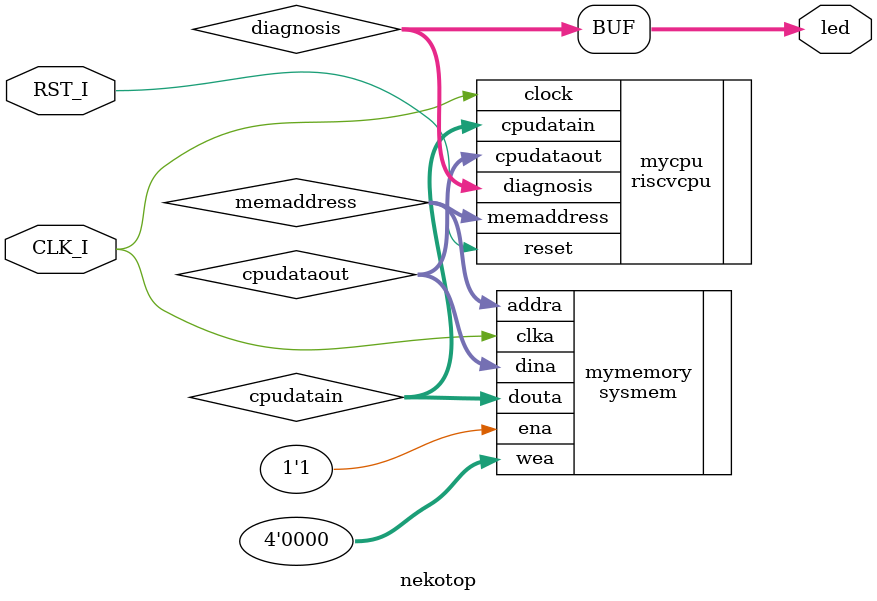
<source format=sv>
`timescale 1ns / 1ps

module nekotop(
	// Input clock
	input CLK_I,
	// Reset on lower panel, rightmost button
	input RST_I,
	// 4 monochrome LEDs
	output [3:0] led
);

wire [3:0] diagnosis;

// 10 bit byte-address wire between CPU and RAM
wire [9:0] memaddress;
// Data wires from/to CPU to/from RAM
wire [31:0] cpudataout;
wire [31:0] cpudatain;

sysmem mymemory(
	.addra(memaddress),	// 10 bit DWORD aligned address
	.clka(CLK_I),		// Clock, same as CPU clock
	.dina(cpudataout),	// Data in from CPU to RAM address
	.douta(cpudatain),	// Data out from RAM address to CPU
	.ena(1'b1),			// Reads are always enabled for now
	.wea(4'b0000) );	// Byte select mask for writes, no writes when 0000

riscvcpu mycpu(
	.clock(CLK_I),
	.reset(RST_I),
	.diagnosis(diagnosis),
	.memaddress(memaddress),
	.cpudataout(cpudataout),
	.cpudatain(cpudatain) );

assign led = diagnosis;

endmodule

</source>
